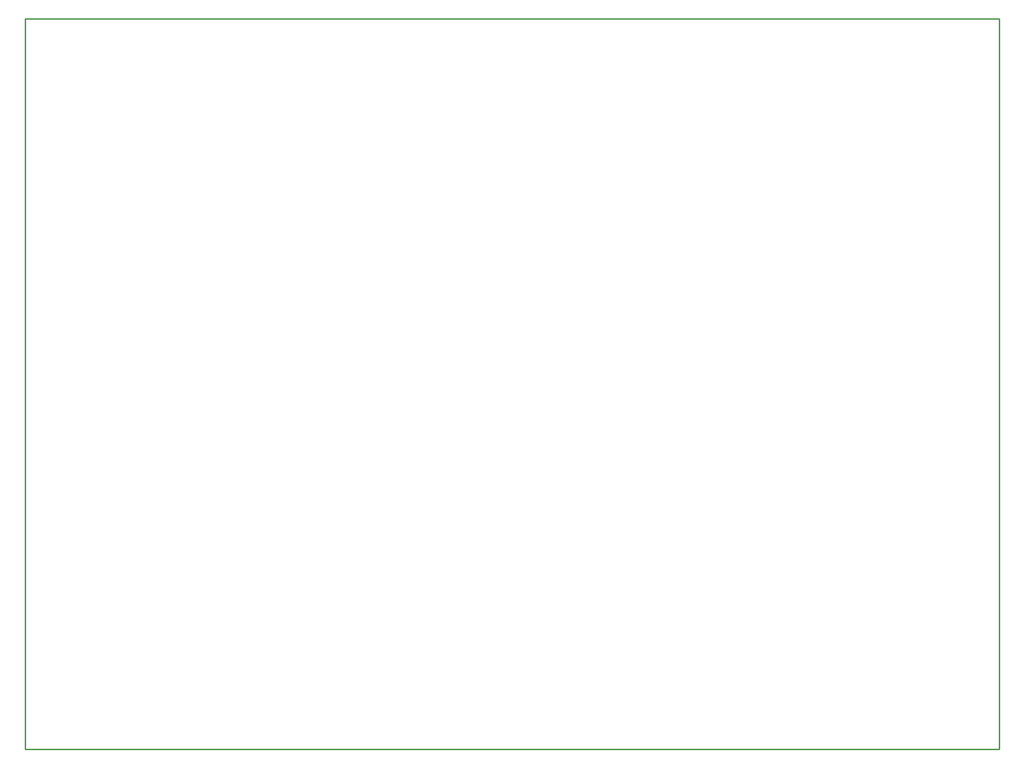
<source format=gko>
G04 Layer: BoardOutlineLayer*
G04 EasyEDA v6.5.47, 2024-11-13 01:40:09*
G04 1c21e17b061f4530800f8f8e294a802d,69e988d02e8547bda770e33b2b7d29c3,10*
G04 Gerber Generator version 0.2*
G04 Scale: 100 percent, Rotated: No, Reflected: No *
G04 Dimensions in millimeters *
G04 leading zeros omitted , absolute positions ,4 integer and 5 decimal *
%FSLAX45Y45*%
%MOMM*%

%ADD10C,0.2540*%
D10*
X249999Y499998D02*
G01*
X18249963Y499998D01*
X18249963Y-12999974D01*
X249999Y-12999974D01*
X249999Y499998D01*

%LPD*%
M02*

</source>
